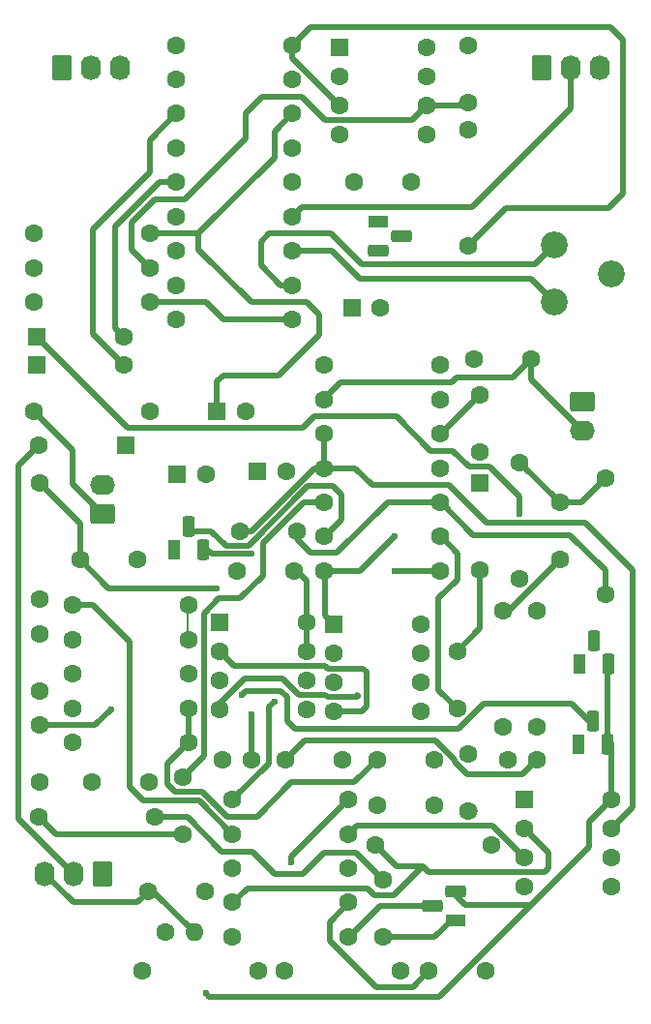
<source format=gbr>
%TF.GenerationSoftware,KiCad,Pcbnew,9.0.0*%
%TF.CreationDate,2025-09-04T18:21:01+01:00*%
%TF.ProjectId,BossCE2,426f7373-4345-4322-9e6b-696361645f70,V1.1*%
%TF.SameCoordinates,Original*%
%TF.FileFunction,Copper,L1,Top*%
%TF.FilePolarity,Positive*%
%FSLAX46Y46*%
G04 Gerber Fmt 4.6, Leading zero omitted, Abs format (unit mm)*
G04 Created by KiCad (PCBNEW 9.0.0) date 2025-09-04 18:21:01*
%MOMM*%
%LPD*%
G01*
G04 APERTURE LIST*
G04 Aperture macros list*
%AMRoundRect*
0 Rectangle with rounded corners*
0 $1 Rounding radius*
0 $2 $3 $4 $5 $6 $7 $8 $9 X,Y pos of 4 corners*
0 Add a 4 corners polygon primitive as box body*
4,1,4,$2,$3,$4,$5,$6,$7,$8,$9,$2,$3,0*
0 Add four circle primitives for the rounded corners*
1,1,$1+$1,$2,$3*
1,1,$1+$1,$4,$5*
1,1,$1+$1,$6,$7*
1,1,$1+$1,$8,$9*
0 Add four rect primitives between the rounded corners*
20,1,$1+$1,$2,$3,$4,$5,0*
20,1,$1+$1,$4,$5,$6,$7,0*
20,1,$1+$1,$6,$7,$8,$9,0*
20,1,$1+$1,$8,$9,$2,$3,0*%
G04 Aperture macros list end*
%TA.AperFunction,ComponentPad*%
%ADD10C,1.600000*%
%TD*%
%TA.AperFunction,ComponentPad*%
%ADD11O,1.600000X1.600000*%
%TD*%
%TA.AperFunction,ComponentPad*%
%ADD12R,1.800000X1.100000*%
%TD*%
%TA.AperFunction,ComponentPad*%
%ADD13RoundRect,0.275000X0.625000X-0.275000X0.625000X0.275000X-0.625000X0.275000X-0.625000X-0.275000X0*%
%TD*%
%TA.AperFunction,ComponentPad*%
%ADD14RoundRect,0.250000X-0.550000X-0.550000X0.550000X-0.550000X0.550000X0.550000X-0.550000X0.550000X0*%
%TD*%
%TA.AperFunction,ComponentPad*%
%ADD15RoundRect,0.250000X0.550000X0.550000X-0.550000X0.550000X-0.550000X-0.550000X0.550000X-0.550000X0*%
%TD*%
%TA.AperFunction,ComponentPad*%
%ADD16C,2.340000*%
%TD*%
%TA.AperFunction,ComponentPad*%
%ADD17RoundRect,0.250000X-0.550000X0.550000X-0.550000X-0.550000X0.550000X-0.550000X0.550000X0.550000X0*%
%TD*%
%TA.AperFunction,ComponentPad*%
%ADD18R,1.100000X1.800000*%
%TD*%
%TA.AperFunction,ComponentPad*%
%ADD19RoundRect,0.275000X-0.275000X-0.625000X0.275000X-0.625000X0.275000X0.625000X-0.275000X0.625000X0*%
%TD*%
%TA.AperFunction,ComponentPad*%
%ADD20RoundRect,0.275000X-0.625000X0.275000X-0.625000X-0.275000X0.625000X-0.275000X0.625000X0.275000X0*%
%TD*%
%TA.AperFunction,ComponentPad*%
%ADD21RoundRect,0.250000X0.845000X-0.620000X0.845000X0.620000X-0.845000X0.620000X-0.845000X-0.620000X0*%
%TD*%
%TA.AperFunction,ComponentPad*%
%ADD22O,2.190000X1.740000*%
%TD*%
%TA.AperFunction,ComponentPad*%
%ADD23RoundRect,0.250000X-0.620000X-0.845000X0.620000X-0.845000X0.620000X0.845000X-0.620000X0.845000X0*%
%TD*%
%TA.AperFunction,ComponentPad*%
%ADD24O,1.740000X2.190000*%
%TD*%
%TA.AperFunction,ComponentPad*%
%ADD25RoundRect,0.250000X-0.845000X0.620000X-0.845000X-0.620000X0.845000X-0.620000X0.845000X0.620000X0*%
%TD*%
%TA.AperFunction,ComponentPad*%
%ADD26RoundRect,0.250000X0.620000X0.845000X-0.620000X0.845000X-0.620000X-0.845000X0.620000X-0.845000X0*%
%TD*%
%TA.AperFunction,ViaPad*%
%ADD27C,0.600000*%
%TD*%
%TA.AperFunction,Conductor*%
%ADD28C,0.500000*%
%TD*%
%TA.AperFunction,Conductor*%
%ADD29C,0.200000*%
%TD*%
G04 APERTURE END LIST*
D10*
%TO.P,R12,1*%
%TO.N,GND*%
X77455000Y-109000000D03*
%TO.P,R12,2*%
%TO.N,Net-(Q2-E)*%
X79995000Y-109000000D03*
%TD*%
%TO.P,Rin1,1*%
%TO.N,GND*%
X47460000Y-124100000D03*
D11*
%TO.P,Rin1,2*%
%TO.N,Net-(J1-Pin_3)*%
X50000000Y-124100000D03*
%TD*%
D12*
%TO.P,Q1,1,E*%
%TO.N,Net-(Q1-E)*%
X72900000Y-123040000D03*
D13*
%TO.P,Q1,2,B*%
%TO.N,Net-(Q1-B)*%
X70830000Y-121770000D03*
%TO.P,Q1,3,C*%
%TO.N,+9V*%
X72900000Y-120500000D03*
%TD*%
D10*
%TO.P,C16,1*%
%TO.N,Net-(U1B--)*%
X59000000Y-89000000D03*
%TO.P,C16,2*%
%TO.N,Net-(C16-Pad2)*%
X54000000Y-89000000D03*
%TD*%
%TO.P,C13,1*%
%TO.N,Net-(Q3-B)*%
X74000000Y-108500000D03*
%TO.P,C13,2*%
%TO.N,GND*%
X74000000Y-113500000D03*
%TD*%
%TO.P,C19,1*%
%TO.N,Net-(U2B--)*%
X74000000Y-51500000D03*
%TO.P,C19,2*%
%TO.N,Net-(J5-Pin_3)*%
X74000000Y-46500000D03*
%TD*%
%TO.P,R20,1*%
%TO.N,Net-(C14-Pad2)*%
X78500000Y-83000000D03*
%TO.P,R20,2*%
%TO.N,+4.5V*%
X78500000Y-93160000D03*
%TD*%
%TO.P,R21,1*%
%TO.N,Net-(C4-Pad2)*%
X61340000Y-86500000D03*
%TO.P,R21,2*%
%TO.N,Net-(U1B--)*%
X71500000Y-86500000D03*
%TD*%
%TO.P,R38,1*%
%TO.N,+9VA*%
X46080000Y-69000000D03*
%TO.P,R38,2*%
%TO.N,Net-(D1-K)*%
X35920000Y-69000000D03*
%TD*%
%TO.P,R17,1*%
%TO.N,Net-(C11-Pad1)*%
X36500000Y-95000000D03*
%TO.P,R17,2*%
%TO.N,Net-(C12-Pad1)*%
X36500000Y-84840000D03*
%TD*%
%TO.P,R4,1*%
%TO.N,Net-(U1A--)*%
X36420000Y-114000000D03*
%TO.P,R4,2*%
%TO.N,Net-(C2-Pad2)*%
X46580000Y-114000000D03*
%TD*%
%TO.P,R1,1*%
%TO.N,Net-(C1-Pad2)*%
X53350000Y-124500000D03*
%TO.P,R1,2*%
%TO.N,Net-(Q1-B)*%
X63510000Y-124500000D03*
%TD*%
D14*
%TO.P,C20,1*%
%TO.N,Net-(J5-Pin_1)*%
X52000000Y-78500000D03*
D10*
%TO.P,C20,2*%
%TO.N,GND*%
X54500000Y-78500000D03*
%TD*%
%TO.P,R13,1*%
%TO.N,Net-(Q2-E)*%
X52460000Y-109000000D03*
%TO.P,R13,2*%
%TO.N,Net-(U3-IN)*%
X55000000Y-109000000D03*
%TD*%
%TO.P,R6,1*%
%TO.N,Net-(C4-Pad2)*%
X76000000Y-116500000D03*
%TO.P,R6,2*%
%TO.N,Net-(U1A--)*%
X65840000Y-116500000D03*
%TD*%
%TO.P,R14,1*%
%TO.N,+9V*%
X63500000Y-112500000D03*
%TO.P,R14,2*%
%TO.N,Net-(U3-OUT1)*%
X53340000Y-112500000D03*
%TD*%
%TO.P,R22,1*%
%TO.N,Net-(C14-Pad2)*%
X86000000Y-84420000D03*
%TO.P,R22,2*%
%TO.N,Net-(U1B--)*%
X86000000Y-94580000D03*
%TD*%
%TO.P,R15,1*%
%TO.N,Net-(C10-Pad1)*%
X49500000Y-95500000D03*
%TO.P,R15,2*%
%TO.N,+4.5V*%
X39340000Y-95500000D03*
%TD*%
%TO.P,R52,1*%
%TO.N,+9V*%
X48420000Y-70500000D03*
%TO.P,R52,2*%
%TO.N,+9VA*%
X58580000Y-70500000D03*
%TD*%
%TO.P,R26,1*%
%TO.N,Net-(J2-Pin_2)*%
X61340000Y-77500000D03*
%TO.P,R26,2*%
%TO.N,GND*%
X71500000Y-77500000D03*
%TD*%
D15*
%TO.P,D5,1,K*%
%TO.N,Net-(D5-K)*%
X44000000Y-81500000D03*
D10*
%TO.P,D5,2,A*%
%TO.N,Net-(D5-A)*%
X36380000Y-81500000D03*
%TD*%
%TO.P,C15,1*%
%TO.N,Net-(U1B--)*%
X75000000Y-82080000D03*
%TO.P,C15,2*%
%TO.N,Net-(C15-Pad2)*%
X75000000Y-77080000D03*
%TD*%
%TO.P,C5,1*%
%TO.N,Net-(C4-Pad2)*%
X46000000Y-111000000D03*
%TO.P,C5,2*%
%TO.N,Net-(C5-Pad2)*%
X41000000Y-111000000D03*
%TD*%
%TO.P,C12,1*%
%TO.N,Net-(C12-Pad1)*%
X40000000Y-91500000D03*
%TO.P,C12,2*%
%TO.N,Net-(Q3-E)*%
X45000000Y-91500000D03*
%TD*%
%TO.P,R29,1*%
%TO.N,Net-(U2A-+)*%
X74000000Y-64080000D03*
%TO.P,R29,2*%
%TO.N,Net-(J5-Pin_3)*%
X74000000Y-53920000D03*
%TD*%
%TO.P,R31,1*%
%TO.N,Net-(J4-Pin_1)*%
X35920000Y-63000000D03*
%TO.P,R31,2*%
%TO.N,Net-(J5-Pin_1)*%
X46080000Y-63000000D03*
%TD*%
D14*
%TO.P,D7,1,K*%
%TO.N,+9V*%
X36190000Y-74500000D03*
D10*
%TO.P,D7,2,A*%
%TO.N,GND*%
X43810000Y-74500000D03*
%TD*%
%TO.P,C14,1*%
%TO.N,Net-(Q3-E)*%
X82000000Y-91500000D03*
%TO.P,C14,2*%
%TO.N,Net-(C14-Pad2)*%
X82000000Y-86500000D03*
%TD*%
%TO.P,R10,1*%
%TO.N,Net-(C6-Pad2)*%
X49500000Y-104500000D03*
%TO.P,R10,2*%
%TO.N,Net-(C7-Pad2)*%
X39340000Y-104500000D03*
%TD*%
%TO.P,C22,1*%
%TO.N,Net-(D1-K)*%
X73000000Y-99500000D03*
%TO.P,C22,2*%
%TO.N,Net-(U4-OX3)*%
X73000000Y-104500000D03*
%TD*%
D16*
%TO.P,RV1,1,1*%
%TO.N,Net-(R27-Pad2)*%
X81500000Y-69000000D03*
%TO.P,RV1,2,2*%
%TO.N,+4.5V*%
X86500000Y-66500000D03*
%TO.P,RV1,3,3*%
%TO.N,Net-(R28-Pad1)*%
X81500000Y-64000000D03*
%TD*%
D14*
%TO.P,C30,1*%
%TO.N,+9VA*%
X63794888Y-69500000D03*
D10*
%TO.P,C30,2*%
%TO.N,GND*%
X66294888Y-69500000D03*
%TD*%
%TO.P,C7,1*%
%TO.N,Net-(Q2-E)*%
X58000000Y-109000000D03*
%TO.P,C7,2*%
%TO.N,Net-(C7-Pad2)*%
X63000000Y-109000000D03*
%TD*%
%TO.P,R7,1*%
%TO.N,Net-(U1A-+)*%
X63500000Y-115500000D03*
%TO.P,R7,2*%
%TO.N,+4.5V*%
X53340000Y-115500000D03*
%TD*%
D17*
%TO.P,D2,1,K*%
%TO.N,Net-(D2-K)*%
X75000000Y-84770000D03*
D10*
%TO.P,D2,2,A*%
%TO.N,Net-(D1-K)*%
X75000000Y-92390000D03*
%TD*%
%TO.P,R8,1*%
%TO.N,Net-(C5-Pad2)*%
X53340000Y-118500000D03*
%TO.P,R8,2*%
%TO.N,+4.5V*%
X63500000Y-118500000D03*
%TD*%
%TO.P,RF1,1*%
%TO.N,+9V*%
X48420000Y-49500000D03*
%TO.P,RF1,2*%
%TO.N,Net-(J5-Pin_1)*%
X58580000Y-49500000D03*
%TD*%
%TO.P,R23,1*%
%TO.N,Net-(C15-Pad2)*%
X71500000Y-80500000D03*
%TO.P,R23,2*%
%TO.N,Net-(C16-Pad2)*%
X61340000Y-80500000D03*
%TD*%
%TO.P,R37,1*%
%TO.N,Net-(D1-A)*%
X48420000Y-55500000D03*
%TO.P,R37,2*%
%TO.N,GND*%
X58580000Y-55500000D03*
%TD*%
%TO.P,C11,1*%
%TO.N,Net-(C11-Pad1)*%
X36500000Y-98000000D03*
%TO.P,C11,2*%
%TO.N,GND*%
X36500000Y-103000000D03*
%TD*%
%TO.P,R11,1*%
%TO.N,Net-(C7-Pad2)*%
X39340000Y-101500000D03*
%TO.P,R11,2*%
%TO.N,Net-(Q2-B)*%
X49500000Y-101500000D03*
%TD*%
%TO.P,R40,1*%
%TO.N,+9VA*%
X61350000Y-92500000D03*
%TO.P,R40,2*%
%TO.N,Net-(D2-K)*%
X71510000Y-92500000D03*
%TD*%
D18*
%TO.P,Q5,1,E*%
%TO.N,GND*%
X48230000Y-90670000D03*
D19*
%TO.P,Q5,2,B*%
%TO.N,Net-(Q5-B)*%
X49500000Y-88600000D03*
%TO.P,Q5,3,C*%
%TO.N,Net-(D2-K)*%
X50770000Y-90670000D03*
%TD*%
D10*
%TO.P,R28,1*%
%TO.N,Net-(R28-Pad1)*%
X58580000Y-67500000D03*
%TO.P,R28,2*%
%TO.N,GND*%
X48420000Y-67500000D03*
%TD*%
%TO.P,R32,1*%
%TO.N,Net-(J4-Pin_2)*%
X35920000Y-66000000D03*
%TO.P,R32,2*%
%TO.N,Net-(U2B--)*%
X46080000Y-66000000D03*
%TD*%
D14*
%TO.P,U3,1,GND*%
%TO.N,+9VA*%
X52195000Y-96960000D03*
D10*
%TO.P,U3,2,CP1*%
%TO.N,Net-(U3-CP1)*%
X52195000Y-99500000D03*
%TO.P,U3,3,IN*%
%TO.N,Net-(U3-IN)*%
X52195000Y-102040000D03*
%TO.P,U3,4,VGG*%
%TO.N,Net-(U3-VGG)*%
X52195000Y-104580000D03*
%TO.P,U3,5,VDD*%
%TO.N,GND*%
X59815000Y-104580000D03*
%TO.P,U3,6,CP2*%
%TO.N,Net-(U3-CP2)*%
X59815000Y-102040000D03*
%TO.P,U3,7,OUT1*%
%TO.N,Net-(U3-OUT1)*%
X59815000Y-99500000D03*
%TO.P,U3,8,OUT2*%
X59815000Y-96960000D03*
%TD*%
%TO.P,R3,1*%
%TO.N,GND*%
X45420000Y-127500000D03*
%TO.P,R3,2*%
%TO.N,Net-(Q1-E)*%
X55580000Y-127500000D03*
%TD*%
%TO.P,R53,1*%
%TO.N,Net-(D5-K)*%
X46080000Y-78500000D03*
%TO.P,R53,2*%
%TO.N,Net-(J3-Pin_1)*%
X35920000Y-78500000D03*
%TD*%
D14*
%TO.P,D1,1,K*%
%TO.N,Net-(D1-K)*%
X36190000Y-72000000D03*
D10*
%TO.P,D1,2,A*%
%TO.N,Net-(D1-A)*%
X43810000Y-72000000D03*
%TD*%
%TO.P,C2,1*%
%TO.N,Net-(Q1-E)*%
X66500000Y-124500000D03*
%TO.P,C2,2*%
%TO.N,Net-(C2-Pad2)*%
X66500000Y-119500000D03*
%TD*%
D14*
%TO.P,U2,1*%
%TO.N,Net-(J4-Pin_3)*%
X62695000Y-46690000D03*
D10*
%TO.P,U2,2,-*%
%TO.N,Net-(J5-Pin_1)*%
X62695000Y-49230000D03*
%TO.P,U2,3,+*%
%TO.N,Net-(U2A-+)*%
X62695000Y-51770000D03*
%TO.P,U2,4,V-*%
%TO.N,GND*%
X62695000Y-54310000D03*
%TO.P,U2,5,+*%
%TO.N,Net-(J5-Pin_1)*%
X70315000Y-54310000D03*
%TO.P,U2,6,-*%
%TO.N,Net-(U2B--)*%
X70315000Y-51770000D03*
%TO.P,U2,7*%
%TO.N,Net-(J5-Pin_3)*%
X70315000Y-49230000D03*
%TO.P,U2,8,V+*%
%TO.N,+9V*%
X70315000Y-46690000D03*
%TD*%
%TO.P,R18,1*%
%TO.N,Net-(C12-Pad1)*%
X80000000Y-96000000D03*
%TO.P,R18,2*%
%TO.N,Net-(Q3-B)*%
X80000000Y-106160000D03*
%TD*%
%TO.P,C17,1*%
%TO.N,Net-(C17-Pad1)*%
X74500000Y-74000000D03*
%TO.P,C17,2*%
%TO.N,Net-(J2-Pin_2)*%
X79500000Y-74000000D03*
%TD*%
%TO.P,R2,1*%
%TO.N,Net-(Q1-B)*%
X57920000Y-127500000D03*
%TO.P,R2,2*%
%TO.N,+4.5V*%
X68080000Y-127500000D03*
%TD*%
%TO.P,R24,1*%
%TO.N,Net-(U1B--)*%
X71500000Y-83500000D03*
%TO.P,R24,2*%
%TO.N,Net-(C16-Pad2)*%
X61340000Y-83500000D03*
%TD*%
%TO.P,R25,1*%
%TO.N,Net-(C16-Pad2)*%
X61340000Y-74500000D03*
%TO.P,R25,2*%
%TO.N,Net-(C17-Pad1)*%
X71500000Y-74500000D03*
%TD*%
%TO.P,C9,1*%
%TO.N,GND*%
X66000000Y-113000000D03*
%TO.P,C9,2*%
%TO.N,Net-(U3-VGG)*%
X71000000Y-113000000D03*
%TD*%
%TO.P,C3,1*%
%TO.N,Net-(C2-Pad2)*%
X75500000Y-127500000D03*
%TO.P,C3,2*%
%TO.N,Net-(C3-Pad2)*%
X70500000Y-127500000D03*
%TD*%
%TO.P,C4,1*%
%TO.N,Net-(U1A--)*%
X49000000Y-115500000D03*
%TO.P,C4,2*%
%TO.N,Net-(C4-Pad2)*%
X49000000Y-110500000D03*
%TD*%
%TO.P,C10,1*%
%TO.N,Net-(C10-Pad1)*%
X53750000Y-92500000D03*
%TO.P,C10,2*%
%TO.N,Net-(U3-OUT1)*%
X58750000Y-92500000D03*
%TD*%
%TO.P,R27,1*%
%TO.N,+9V*%
X48420000Y-64500000D03*
%TO.P,R27,2*%
%TO.N,Net-(R27-Pad2)*%
X58580000Y-64500000D03*
%TD*%
%TO.P,R16,1*%
%TO.N,Net-(C10-Pad1)*%
X49500000Y-98500000D03*
%TO.P,R16,2*%
%TO.N,Net-(C11-Pad1)*%
X39340000Y-98500000D03*
%TD*%
%TO.P,C21,1*%
%TO.N,Net-(Q4-B)*%
X64000000Y-58500000D03*
%TO.P,C21,2*%
%TO.N,GND*%
X69000000Y-58500000D03*
%TD*%
D14*
%TO.P,C18,1*%
%TO.N,+4.5V*%
X55519888Y-83750000D03*
D10*
%TO.P,C18,2*%
%TO.N,GND*%
X58019888Y-83750000D03*
%TD*%
D18*
%TO.P,Q3,1,E*%
%TO.N,Net-(Q3-E)*%
X83730000Y-100670000D03*
D19*
%TO.P,Q3,2,B*%
%TO.N,Net-(Q3-B)*%
X85000000Y-98600000D03*
%TO.P,Q3,3,C*%
%TO.N,+9V*%
X86270000Y-100670000D03*
%TD*%
D18*
%TO.P,Q2,1,E*%
%TO.N,Net-(Q2-E)*%
X83645000Y-107670000D03*
D19*
%TO.P,Q2,2,B*%
%TO.N,Net-(Q2-B)*%
X84915000Y-105600000D03*
%TO.P,Q2,3,C*%
%TO.N,+9V*%
X86185000Y-107670000D03*
%TD*%
D12*
%TO.P,Q4,1,E*%
%TO.N,Net-(Q4-E)*%
X66100000Y-61960000D03*
D20*
%TO.P,Q4,2,B*%
%TO.N,Net-(Q4-B)*%
X68170000Y-63230000D03*
%TO.P,Q4,3,C*%
%TO.N,+9VA*%
X66100000Y-64500000D03*
%TD*%
D10*
%TO.P,R36,1*%
%TO.N,Net-(Q4-E)*%
X58580000Y-58500000D03*
%TO.P,R36,2*%
%TO.N,Net-(D1-A)*%
X48420000Y-58500000D03*
%TD*%
%TO.P,R39,1*%
%TO.N,Net-(U4-OX3)*%
X71500000Y-89500000D03*
%TO.P,R39,2*%
%TO.N,Net-(Q5-B)*%
X61340000Y-89500000D03*
%TD*%
%TO.P,R30,1*%
%TO.N,Net-(U2A-+)*%
X58580000Y-46500000D03*
%TO.P,R30,2*%
%TO.N,Net-(J4-Pin_3)*%
X48420000Y-46500000D03*
%TD*%
%TO.P,R19,1*%
%TO.N,Net-(Q3-E)*%
X77000000Y-96000000D03*
%TO.P,R19,2*%
%TO.N,GND*%
X77000000Y-106160000D03*
%TD*%
%TO.P,R35,1*%
%TO.N,Net-(J5-Pin_2)*%
X58580000Y-61500000D03*
%TO.P,R35,2*%
%TO.N,Net-(Q4-B)*%
X48420000Y-61500000D03*
%TD*%
D21*
%TO.P,J3,1,Pin_1*%
%TO.N,Net-(J3-Pin_1)*%
X42000000Y-87540000D03*
D22*
%TO.P,J3,2,Pin_2*%
%TO.N,+9V*%
X42000000Y-85000000D03*
%TD*%
D23*
%TO.P,J5,1,Pin_1*%
%TO.N,Net-(J5-Pin_1)*%
X80420000Y-48500000D03*
D24*
%TO.P,J5,2,Pin_2*%
%TO.N,Net-(J5-Pin_2)*%
X82960000Y-48500000D03*
%TO.P,J5,3,Pin_3*%
%TO.N,Net-(J5-Pin_3)*%
X85500000Y-48500000D03*
%TD*%
D10*
%TO.P,R9,1*%
%TO.N,Net-(C5-Pad2)*%
X39340000Y-107500000D03*
%TO.P,R9,2*%
%TO.N,Net-(C6-Pad2)*%
X49500000Y-107500000D03*
%TD*%
D14*
%TO.P,C29,1*%
%TO.N,+9V*%
X48500000Y-84000000D03*
D10*
%TO.P,C29,2*%
%TO.N,GND*%
X51000000Y-84000000D03*
%TD*%
%TO.P,RF2,1*%
%TO.N,Net-(J5-Pin_1)*%
X58580000Y-52500000D03*
%TO.P,RF2,2*%
%TO.N,GND*%
X48420000Y-52500000D03*
%TD*%
%TO.P,C1,1*%
%TO.N,Net-(J1-Pin_3)*%
X45950000Y-120500000D03*
%TO.P,C1,2*%
%TO.N,Net-(C1-Pad2)*%
X50950000Y-120500000D03*
%TD*%
D25*
%TO.P,J2,1,Pin_1*%
%TO.N,GND*%
X83980000Y-77725000D03*
D22*
%TO.P,J2,2,Pin_2*%
%TO.N,Net-(J2-Pin_2)*%
X83980000Y-80265000D03*
%TD*%
D14*
%TO.P,U1,1*%
%TO.N,Net-(C4-Pad2)*%
X78880000Y-112460000D03*
D10*
%TO.P,U1,2,-*%
%TO.N,Net-(U1A--)*%
X78880000Y-115000000D03*
%TO.P,U1,3,+*%
%TO.N,Net-(U1A-+)*%
X78880000Y-117540000D03*
%TO.P,U1,4,V-*%
%TO.N,GND*%
X78880000Y-120080000D03*
%TO.P,U1,5,+*%
%TO.N,+4.5V*%
X86500000Y-120080000D03*
%TO.P,U1,6,-*%
%TO.N,Net-(U1B--)*%
X86500000Y-117540000D03*
%TO.P,U1,7*%
%TO.N,Net-(C16-Pad2)*%
X86500000Y-115000000D03*
%TO.P,U1,8,V+*%
%TO.N,+9V*%
X86500000Y-112460000D03*
%TD*%
D26*
%TO.P,J1,1,Pin_1*%
%TO.N,GND*%
X42000000Y-119000000D03*
D24*
%TO.P,J1,2,Pin_2*%
%TO.N,Net-(D5-A)*%
X39460000Y-119000000D03*
%TO.P,J1,3,Pin_3*%
%TO.N,Net-(J1-Pin_3)*%
X36920000Y-119000000D03*
%TD*%
D14*
%TO.P,U4,1,GND*%
%TO.N,+9VA*%
X62195000Y-97190000D03*
D10*
%TO.P,U4,2,CP1*%
%TO.N,Net-(U3-CP2)*%
X62195000Y-99730000D03*
%TO.P,U4,3,VDD*%
%TO.N,GND*%
X62195000Y-102270000D03*
%TO.P,U4,4,CP2*%
%TO.N,Net-(U3-CP1)*%
X62195000Y-104810000D03*
%TO.P,U4,5,OX3*%
%TO.N,Net-(U4-OX3)*%
X69815000Y-104810000D03*
%TO.P,U4,6,OX2*%
%TO.N,unconnected-(U4-OX2-Pad6)*%
X69815000Y-102270000D03*
%TO.P,U4,7,OX1*%
%TO.N,Net-(D1-K)*%
X69815000Y-99730000D03*
%TO.P,U4,8,VGG_OUT*%
%TO.N,Net-(U3-VGG)*%
X69815000Y-97190000D03*
%TD*%
D23*
%TO.P,J4,1,Pin_1*%
%TO.N,Net-(J4-Pin_1)*%
X38380000Y-48500000D03*
D24*
%TO.P,J4,2,Pin_2*%
%TO.N,Net-(J4-Pin_2)*%
X40920000Y-48500000D03*
%TO.P,J4,3,Pin_3*%
%TO.N,Net-(J4-Pin_3)*%
X43460000Y-48500000D03*
%TD*%
D10*
%TO.P,C8,1*%
%TO.N,GND*%
X36500000Y-111000000D03*
%TO.P,C8,2*%
%TO.N,Net-(Q2-B)*%
X36500000Y-106000000D03*
%TD*%
%TO.P,R5,1*%
%TO.N,Net-(U1A--)*%
X53350000Y-121500000D03*
%TO.P,R5,2*%
%TO.N,Net-(C3-Pad2)*%
X63510000Y-121500000D03*
%TD*%
%TO.P,C6,1*%
%TO.N,GND*%
X71000000Y-109000000D03*
%TO.P,C6,2*%
%TO.N,Net-(C6-Pad2)*%
X66000000Y-109000000D03*
%TD*%
D27*
%TO.N,Net-(Q2-B)*%
X42690000Y-104610000D03*
X54169169Y-103309831D03*
%TO.N,Net-(U3-VGG)*%
X64300000Y-103450000D03*
%TO.N,Net-(U3-OUT1)*%
X57000000Y-103899000D03*
%TO.N,Net-(C12-Pad1)*%
X52000000Y-94000000D03*
%TO.N,Net-(D1-K)*%
X78500000Y-87500000D03*
%TO.N,+9V*%
X51005943Y-129435943D03*
X58500000Y-118000000D03*
%TO.N,+9VA*%
X67500000Y-89500000D03*
%TO.N,Net-(D2-K)*%
X55000000Y-91000000D03*
X67500000Y-92500000D03*
%TO.N,Net-(U3-IN)*%
X55000000Y-105000000D03*
%TD*%
D28*
%TO.N,Net-(J1-Pin_3)*%
X36920000Y-119000000D02*
X39420000Y-121500000D01*
X46400000Y-120500000D02*
X45950000Y-120500000D01*
X45000000Y-121500000D02*
X46000000Y-120500000D01*
X39420000Y-121500000D02*
X45000000Y-121500000D01*
X50000000Y-124100000D02*
X46400000Y-120500000D01*
%TO.N,Net-(C2-Pad2)*%
X46580000Y-114000000D02*
X49380000Y-114000000D01*
X52405000Y-117025000D02*
X55050000Y-117025000D01*
X49380000Y-114000000D02*
X52405000Y-117025000D01*
X64110000Y-117110000D02*
X66500000Y-119500000D01*
X61390000Y-117110000D02*
X64110000Y-117110000D01*
X57050000Y-119025000D02*
X59475000Y-119025000D01*
X55050000Y-117025000D02*
X57050000Y-119025000D01*
X59475000Y-119025000D02*
X61390000Y-117110000D01*
%TO.N,Net-(Q1-E)*%
X71040000Y-124500000D02*
X72500000Y-123040000D01*
X66500000Y-124500000D02*
X71040000Y-124500000D01*
%TO.N,Net-(C3-Pad2)*%
X70500000Y-127500000D02*
X69110000Y-128890000D01*
X65890000Y-128890000D02*
X61850000Y-124850000D01*
X61850000Y-123230000D02*
X63580000Y-121500000D01*
X61850000Y-124850000D02*
X61850000Y-123230000D01*
X69110000Y-128890000D02*
X65890000Y-128890000D01*
%TO.N,Net-(C4-Pad2)*%
X56027100Y-92912900D02*
X56027100Y-90027100D01*
X50830000Y-108670000D02*
X49000000Y-110500000D01*
X59554200Y-86500000D02*
X61420000Y-86500000D01*
X50830000Y-108670000D02*
X50830000Y-96210000D01*
X50830000Y-96210000D02*
X52130000Y-94910000D01*
X52130000Y-94910000D02*
X54030000Y-94910000D01*
X54030000Y-94910000D02*
X56027100Y-92912900D01*
X56027100Y-90027100D02*
X59554200Y-86500000D01*
%TO.N,Net-(U1A-+)*%
X64249000Y-114751000D02*
X76091000Y-114751000D01*
X76091000Y-114751000D02*
X78880000Y-117540000D01*
X63500000Y-115500000D02*
X64249000Y-114751000D01*
%TO.N,Net-(C6-Pad2)*%
X49420000Y-107420000D02*
X49500000Y-107500000D01*
X48318470Y-111780000D02*
X50680000Y-111780000D01*
X55500000Y-114000000D02*
X58500000Y-111000000D01*
X49500000Y-107500000D02*
X47640000Y-109360000D01*
X50680000Y-111780000D02*
X52900000Y-114000000D01*
X47640000Y-109360000D02*
X47640000Y-111101530D01*
X52900000Y-114000000D02*
X55500000Y-114000000D01*
X47640000Y-111101530D02*
X48318470Y-111780000D01*
X49500000Y-107500000D02*
X49500000Y-104500000D01*
X58500000Y-111000000D02*
X64000000Y-111000000D01*
X64000000Y-111000000D02*
X66000000Y-109000000D01*
%TO.N,GND*%
X41100000Y-62625594D02*
X41100000Y-71790000D01*
X54500000Y-78500000D02*
X54601000Y-78601000D01*
X46090000Y-54830000D02*
X48420000Y-52500000D01*
X74557050Y-113500000D02*
X74000000Y-113500000D01*
X41100000Y-62625594D02*
X41114406Y-62625594D01*
X46090000Y-57650000D02*
X46090000Y-54830000D01*
X41114406Y-62625594D02*
X46090000Y-57650000D01*
X41100000Y-71790000D02*
X43810000Y-74500000D01*
%TO.N,Net-(Q2-E)*%
X59660000Y-107340000D02*
X71109182Y-107340000D01*
X72749000Y-109191950D02*
X73847050Y-110290000D01*
X58000000Y-109000000D02*
X59660000Y-107340000D01*
X71109182Y-107340000D02*
X72749000Y-108979818D01*
X78705000Y-110290000D02*
X79995000Y-109000000D01*
X73847050Y-110290000D02*
X78705000Y-110290000D01*
X72749000Y-108979818D02*
X72749000Y-109191950D01*
%TO.N,Net-(Q2-B)*%
X83015000Y-104100000D02*
X84915000Y-106000000D01*
X58150000Y-103543691D02*
X58150000Y-105650000D01*
X57579660Y-102973351D02*
X58150000Y-103543691D01*
X73095000Y-106325000D02*
X75320000Y-104100000D01*
X54505649Y-102973351D02*
X57579660Y-102973351D01*
X58150000Y-105650000D02*
X58825000Y-106325000D01*
X42690000Y-104610000D02*
X41300000Y-106000000D01*
X75320000Y-104100000D02*
X83015000Y-104100000D01*
X54169169Y-103309831D02*
X54505649Y-102973351D01*
X41300000Y-106000000D02*
X36500000Y-106000000D01*
X58825000Y-106325000D02*
X73095000Y-106325000D01*
%TO.N,Net-(U3-VGG)*%
X52195000Y-104305000D02*
X52195000Y-104580000D01*
X64229000Y-103521000D02*
X64300000Y-103450000D01*
X61465818Y-103310000D02*
X61676818Y-103521000D01*
X64300000Y-103450000D02*
X64221000Y-103371000D01*
X52195000Y-104115000D02*
X54400000Y-101910000D01*
X61676818Y-103521000D02*
X64229000Y-103521000D01*
X54400000Y-101910000D02*
X57740000Y-101910000D01*
X59140000Y-103310000D02*
X61465818Y-103310000D01*
X52195000Y-104115000D02*
X52195000Y-104580000D01*
X57740000Y-101910000D02*
X59140000Y-103310000D01*
D29*
%TO.N,Net-(C10-Pad1)*%
X49420000Y-95500000D02*
X49420000Y-98500000D01*
D28*
%TO.N,Net-(U3-OUT1)*%
X56500000Y-104399000D02*
X57000000Y-103899000D01*
X53340000Y-112500000D02*
X56500000Y-109340000D01*
X59815000Y-96960000D02*
X59815000Y-99500000D01*
X59815000Y-93315000D02*
X59000000Y-92500000D01*
X56500000Y-109340000D02*
X56500000Y-104399000D01*
X59815000Y-96960000D02*
X59815000Y-93315000D01*
%TO.N,Net-(Q3-E)*%
X77000000Y-96000000D02*
X77500000Y-96000000D01*
X77500000Y-96000000D02*
X82000000Y-91500000D01*
%TO.N,Net-(C12-Pad1)*%
X40000000Y-91500000D02*
X40000000Y-88340000D01*
X40000000Y-91500000D02*
X42500000Y-94000000D01*
X40000000Y-88340000D02*
X36500000Y-84840000D01*
X42500000Y-94000000D02*
X52000000Y-94000000D01*
%TO.N,Net-(C14-Pad2)*%
X78500000Y-83000000D02*
X82000000Y-86500000D01*
X82000000Y-86500000D02*
X83920000Y-86500000D01*
X83920000Y-86500000D02*
X86000000Y-84420000D01*
%TO.N,Net-(U1B--)*%
X71580000Y-86500000D02*
X74430000Y-89350000D01*
X60200000Y-90925000D02*
X62500000Y-90925000D01*
X74430000Y-89350000D02*
X82900000Y-89350000D01*
X86000000Y-92450000D02*
X86000000Y-94580000D01*
X59000000Y-89000000D02*
X59000000Y-89725000D01*
X59000000Y-89725000D02*
X60200000Y-90925000D01*
X62500000Y-90925000D02*
X66925000Y-86500000D01*
X82900000Y-89350000D02*
X86000000Y-92450000D01*
X66925000Y-86500000D02*
X71580000Y-86500000D01*
%TO.N,Net-(C15-Pad2)*%
X75000000Y-77080000D02*
X71580000Y-80500000D01*
D29*
X71580000Y-80500000D02*
X71500000Y-80500000D01*
D28*
%TO.N,Net-(C16-Pad2)*%
X88350000Y-113150000D02*
X86500000Y-115000000D01*
X61340000Y-83500000D02*
X64075000Y-83500000D01*
X61340000Y-83500000D02*
X61340000Y-80500000D01*
X65575000Y-85000000D02*
X72275000Y-85000000D01*
X60500000Y-83500000D02*
X55000000Y-89000000D01*
X64075000Y-83500000D02*
X65575000Y-85000000D01*
X75575000Y-88300000D02*
X84240729Y-88300000D01*
X84240729Y-88300000D02*
X88350000Y-92409271D01*
X88350000Y-92409271D02*
X88350000Y-113150000D01*
X55000000Y-89000000D02*
X54000000Y-89000000D01*
X72275000Y-85000000D02*
X75575000Y-88300000D01*
X61420000Y-83500000D02*
X60500000Y-83500000D01*
%TO.N,Net-(J2-Pin_2)*%
X72525000Y-76025000D02*
X62815000Y-76025000D01*
X77899000Y-75601000D02*
X72949000Y-75601000D01*
X79500000Y-74000000D02*
X79500000Y-75785000D01*
X72949000Y-75601000D02*
X72525000Y-76025000D01*
X62815000Y-76025000D02*
X61970000Y-76870000D01*
X79500000Y-75785000D02*
X83980000Y-80265000D01*
X61340000Y-77500000D02*
X61970000Y-76870000D01*
X77899000Y-75601000D02*
X79500000Y-74000000D01*
%TO.N,+4.5V*%
X44310000Y-98690000D02*
X41120000Y-95500000D01*
X44310000Y-111370000D02*
X44310000Y-98690000D01*
X53340000Y-115500000D02*
X50420000Y-112580000D01*
X41120000Y-95500000D02*
X39340000Y-95500000D01*
X45520000Y-112580000D02*
X44310000Y-111370000D01*
X50420000Y-112580000D02*
X45520000Y-112580000D01*
%TO.N,Net-(U2B--)*%
X49150000Y-59975000D02*
X46525000Y-59975000D01*
X55950000Y-51000000D02*
X54475000Y-52475000D01*
X70315000Y-51770000D02*
X69060000Y-53025000D01*
X61425000Y-53025000D02*
X59400000Y-51000000D01*
X44500000Y-62000000D02*
X44500000Y-64420000D01*
X54475000Y-54650000D02*
X49150000Y-59975000D01*
X74000000Y-51500000D02*
X73500000Y-51500000D01*
X44500000Y-64420000D02*
X46080000Y-66000000D01*
X54475000Y-52475000D02*
X54475000Y-54650000D01*
X59400000Y-51000000D02*
X55950000Y-51000000D01*
X46525000Y-59975000D02*
X44500000Y-62000000D01*
X69060000Y-53025000D02*
X61425000Y-53025000D01*
X73230000Y-51770000D02*
X70315000Y-51770000D01*
X73500000Y-51500000D02*
X73230000Y-51770000D01*
%TO.N,Net-(J5-Pin_1)*%
X57000000Y-56375000D02*
X57000000Y-54080000D01*
X52525000Y-75375000D02*
X52000000Y-75900000D01*
X48477050Y-63000000D02*
X50375000Y-63000000D01*
X52000000Y-75900000D02*
X52000000Y-78500000D01*
X60925000Y-70050000D02*
X60925000Y-71825000D01*
X60925000Y-71825000D02*
X57375000Y-75375000D01*
X50375000Y-63000000D02*
X50375000Y-64400000D01*
X57000000Y-54080000D02*
X58580000Y-52500000D01*
X48477050Y-63000000D02*
X46080000Y-63000000D01*
X59875000Y-69000000D02*
X60925000Y-70050000D01*
X50375000Y-63000000D02*
X57000000Y-56375000D01*
X54975000Y-69000000D02*
X59875000Y-69000000D01*
X50375000Y-64400000D02*
X54975000Y-69000000D01*
X57375000Y-75375000D02*
X52525000Y-75375000D01*
%TO.N,Net-(U4-OX3)*%
X71380000Y-102880000D02*
X71380000Y-94918000D01*
X71380000Y-94918000D02*
X73040000Y-93258000D01*
X73040000Y-93258000D02*
X73040000Y-90960000D01*
X73040000Y-90960000D02*
X71580000Y-89500000D01*
X73000000Y-104500000D02*
X71380000Y-102880000D01*
%TO.N,Net-(D1-K)*%
X74025000Y-83375000D02*
X75875000Y-83375000D01*
X70699651Y-81974701D02*
X72624701Y-81974701D01*
X59484950Y-80000000D02*
X60534950Y-78950000D01*
X78500000Y-86000000D02*
X78500000Y-87500000D01*
X36190000Y-72000000D02*
X44190000Y-80000000D01*
X75875000Y-83375000D02*
X78500000Y-86000000D01*
X75000000Y-97500000D02*
X73000000Y-99500000D01*
X60534950Y-78950000D02*
X67674950Y-78950000D01*
X44190000Y-80000000D02*
X59484950Y-80000000D01*
X75000000Y-92390000D02*
X75000000Y-97500000D01*
X67674950Y-78950000D02*
X70699651Y-81974701D01*
X72624701Y-81974701D02*
X74025000Y-83375000D01*
%TO.N,+9V*%
X58500000Y-118000000D02*
X58500000Y-117500000D01*
X58500000Y-117500000D02*
X63500000Y-112500000D01*
X79450000Y-121750000D02*
X71451000Y-129749000D01*
X71451000Y-129749000D02*
X51319000Y-129749000D01*
X86500000Y-112460000D02*
X86500000Y-107585000D01*
X84550000Y-114410000D02*
X86500000Y-112460000D01*
X73750000Y-121750000D02*
X79450000Y-121750000D01*
X84550000Y-116650000D02*
X84550000Y-114410000D01*
X72500000Y-120500000D02*
X73750000Y-121750000D01*
X51319000Y-129749000D02*
X51005943Y-129435943D01*
X79450000Y-121750000D02*
X84550000Y-116650000D01*
X86185000Y-107270000D02*
X86185000Y-100355000D01*
%TO.N,+9VA*%
X67500000Y-89500000D02*
X64500000Y-92500000D01*
X52550000Y-70500000D02*
X58580000Y-70500000D01*
X51050000Y-69000000D02*
X52550000Y-70500000D01*
X46080000Y-69000000D02*
X51050000Y-69000000D01*
X61420000Y-96415000D02*
X62195000Y-97190000D01*
X61420000Y-92500000D02*
X61420000Y-96415000D01*
X64500000Y-92500000D02*
X61420000Y-92500000D01*
%TO.N,Net-(D1-A)*%
X43100000Y-62325000D02*
X46925000Y-58500000D01*
X43100000Y-71290000D02*
X43100000Y-62325000D01*
X46925000Y-58500000D02*
X48420000Y-58500000D01*
X43810000Y-72000000D02*
X43100000Y-71290000D01*
%TO.N,Net-(D2-K)*%
X50770000Y-90270000D02*
X51500000Y-91000000D01*
X51500000Y-91000000D02*
X55000000Y-91000000D01*
X67500000Y-92500000D02*
X71580000Y-92500000D01*
%TO.N,Net-(D5-A)*%
X39460000Y-119000000D02*
X34601000Y-114141000D01*
X34601000Y-114141000D02*
X34601000Y-83279000D01*
X34601000Y-83279000D02*
X36380000Y-81500000D01*
%TO.N,Net-(J3-Pin_1)*%
X39325000Y-81905000D02*
X35920000Y-78500000D01*
X39325000Y-84865000D02*
X39325000Y-81905000D01*
X42000000Y-87540000D02*
X39325000Y-84865000D01*
%TO.N,Net-(J5-Pin_2)*%
X74299999Y-60700001D02*
X82960000Y-52040000D01*
X58580000Y-61500000D02*
X59379999Y-60700001D01*
X59379999Y-60700001D02*
X74299999Y-60700001D01*
X82960000Y-52040000D02*
X82960000Y-48500000D01*
%TO.N,Net-(Q1-B)*%
X63580000Y-124500000D02*
X66310000Y-121770000D01*
X66310000Y-121770000D02*
X71230000Y-121770000D01*
%TO.N,Net-(Q5-B)*%
X52767170Y-90280000D02*
X51487170Y-89000000D01*
X59940000Y-85060000D02*
X54720000Y-90280000D01*
X51487170Y-89000000D02*
X49500000Y-89000000D01*
X61420000Y-89500000D02*
X62880000Y-88040000D01*
X62150000Y-85060000D02*
X59940000Y-85060000D01*
X62880000Y-85790000D02*
X62150000Y-85060000D01*
X54720000Y-90280000D02*
X52767170Y-90280000D01*
X62880000Y-88040000D02*
X62880000Y-85790000D01*
%TO.N,Net-(U1A--)*%
X80700000Y-118800000D02*
X81000000Y-118500000D01*
X53420000Y-121500000D02*
X54670000Y-120250000D01*
X37920000Y-115500000D02*
X49000000Y-115500000D01*
X65149000Y-120250000D02*
X65749000Y-120850000D01*
X70000000Y-118339999D02*
X70460001Y-118800000D01*
X65840000Y-116500000D02*
X67679999Y-118339999D01*
X65749000Y-120850000D02*
X67489999Y-120850000D01*
X54670000Y-120250000D02*
X65149000Y-120250000D01*
X67679999Y-118339999D02*
X70000000Y-118339999D01*
X67489999Y-120850000D02*
X70000000Y-118339999D01*
X36420000Y-114000000D02*
X37920000Y-115500000D01*
X70460001Y-118800000D02*
X80700000Y-118800000D01*
X81000000Y-118500000D02*
X81000000Y-117120000D01*
X81000000Y-117120000D02*
X78880000Y-115000000D01*
%TO.N,Net-(U3-IN)*%
X55000000Y-105000000D02*
X55000000Y-109000000D01*
%TO.N,Net-(R27-Pad2)*%
X79450000Y-66950000D02*
X64450000Y-66950000D01*
X64450000Y-66950000D02*
X62000000Y-64500000D01*
X81500000Y-69000000D02*
X79450000Y-66950000D01*
X62000000Y-64500000D02*
X58580000Y-64500000D01*
%TO.N,Net-(R28-Pad1)*%
X55825000Y-65775000D02*
X55825000Y-63725000D01*
X61919038Y-63000000D02*
X64619038Y-65700000D01*
X56550000Y-63000000D02*
X61919038Y-63000000D01*
X55825000Y-63725000D02*
X56550000Y-63000000D01*
X58580000Y-67500000D02*
X57550000Y-67500000D01*
X64619038Y-65700000D02*
X79800000Y-65700000D01*
X79800000Y-65700000D02*
X81500000Y-64000000D01*
X57550000Y-67500000D02*
X55825000Y-65775000D01*
%TO.N,Net-(U2A-+)*%
X58580000Y-46500000D02*
X60130000Y-44950000D01*
X87500000Y-46000000D02*
X87500000Y-59500000D01*
X86450000Y-44950000D02*
X87500000Y-46000000D01*
X58580000Y-46500000D02*
X58580000Y-47655000D01*
X86225000Y-60775000D02*
X77305000Y-60775000D01*
X77305000Y-60775000D02*
X74000000Y-64080000D01*
X58580000Y-47655000D02*
X62695000Y-51770000D01*
X60130000Y-44950000D02*
X86450000Y-44950000D01*
X87500000Y-59500000D02*
X86225000Y-60775000D01*
%TO.N,Net-(U3-CP1)*%
X65100000Y-101350000D02*
X64769000Y-101019000D01*
X61676818Y-101019000D02*
X61446818Y-100789000D01*
X64769000Y-101019000D02*
X61676818Y-101019000D01*
X65100000Y-104350000D02*
X65100000Y-101350000D01*
X62195000Y-104810000D02*
X64640000Y-104810000D01*
X64640000Y-104810000D02*
X65100000Y-104350000D01*
X61446818Y-100789000D02*
X53484000Y-100789000D01*
X53484000Y-100789000D02*
X52195000Y-99500000D01*
%TD*%
M02*

</source>
